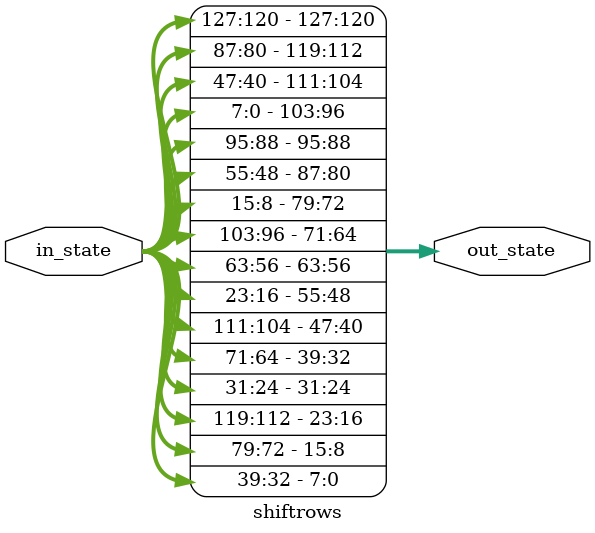
<source format=v>
module shiftrows(
    input [127:0]in_state,
    output [127:0]out_state
);

assign out_state[127:120] = in_state[127:120];
assign out_state[95:88]   = in_state[95:88];
assign out_state[63:56]   = in_state[63:56];
assign out_state[31:24]   = in_state[31:24];

assign out_state[119:112] = in_state[87:80];
assign out_state[87:80]   = in_state[55:48];   
assign out_state[55:48]   = in_state[23:16];  
assign out_state[23:16]   = in_state[119:112];

assign out_state[111:104] = in_state[47:40];
assign out_state[79:72]   = in_state[15:8];
assign out_state[47:40]   = in_state[111:104];
assign out_state[15:8]    = in_state[79:72];

assign out_state[103:96] = in_state[7:0];
assign out_state[71:64]   = in_state[103:96];
assign out_state[39:32]   = in_state[71:64];
assign out_state[7:0]     = in_state[39:32];

endmodule
</source>
